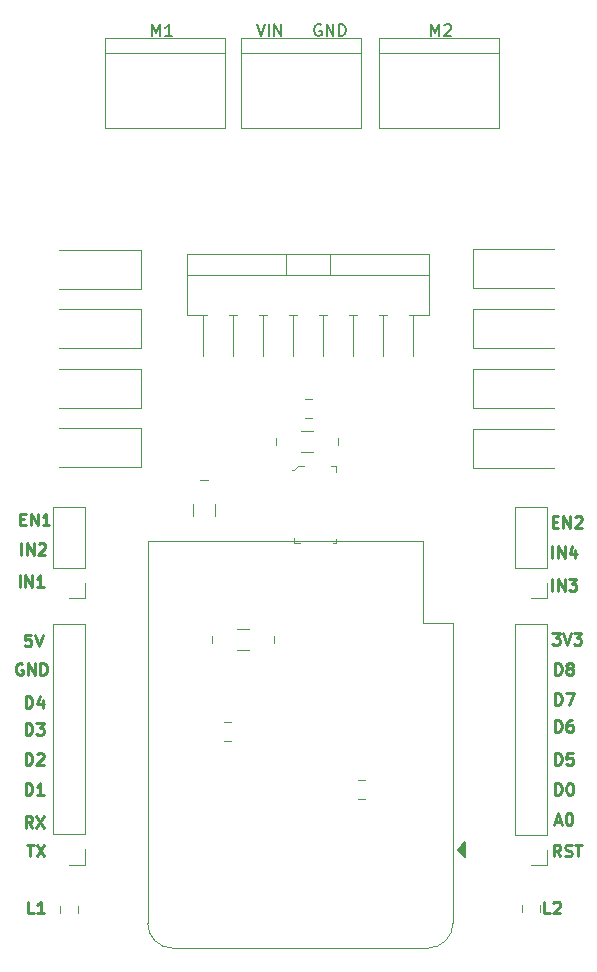
<source format=gto>
%TF.GenerationSoftware,KiCad,Pcbnew,9.0.5*%
%TF.CreationDate,2025-11-06T15:34:49+07:00*%
%TF.ProjectId,WirelessMD,57697265-6c65-4737-934d-442e6b696361,rev?*%
%TF.SameCoordinates,Original*%
%TF.FileFunction,Legend,Top*%
%TF.FilePolarity,Positive*%
%FSLAX46Y46*%
G04 Gerber Fmt 4.6, Leading zero omitted, Abs format (unit mm)*
G04 Created by KiCad (PCBNEW 9.0.5) date 2025-11-06 15:34:49*
%MOMM*%
%LPD*%
G01*
G04 APERTURE LIST*
%ADD10C,0.150000*%
%ADD11C,0.250000*%
%ADD12C,0.120000*%
%ADD13C,0.100000*%
G04 APERTURE END LIST*
D10*
X109902762Y-46190819D02*
X110236095Y-47190819D01*
X110236095Y-47190819D02*
X110569428Y-46190819D01*
X110902762Y-47190819D02*
X110902762Y-46190819D01*
X111378952Y-47190819D02*
X111378952Y-46190819D01*
X111378952Y-46190819D02*
X111950380Y-47190819D01*
X111950380Y-47190819D02*
X111950380Y-46190819D01*
D11*
X135175714Y-113701904D02*
X135651904Y-113701904D01*
X135080476Y-113987619D02*
X135413809Y-112987619D01*
X135413809Y-112987619D02*
X135747142Y-113987619D01*
X136270952Y-112987619D02*
X136366190Y-112987619D01*
X136366190Y-112987619D02*
X136461428Y-113035238D01*
X136461428Y-113035238D02*
X136509047Y-113082857D01*
X136509047Y-113082857D02*
X136556666Y-113178095D01*
X136556666Y-113178095D02*
X136604285Y-113368571D01*
X136604285Y-113368571D02*
X136604285Y-113606666D01*
X136604285Y-113606666D02*
X136556666Y-113797142D01*
X136556666Y-113797142D02*
X136509047Y-113892380D01*
X136509047Y-113892380D02*
X136461428Y-113940000D01*
X136461428Y-113940000D02*
X136366190Y-113987619D01*
X136366190Y-113987619D02*
X136270952Y-113987619D01*
X136270952Y-113987619D02*
X136175714Y-113940000D01*
X136175714Y-113940000D02*
X136128095Y-113892380D01*
X136128095Y-113892380D02*
X136080476Y-113797142D01*
X136080476Y-113797142D02*
X136032857Y-113606666D01*
X136032857Y-113606666D02*
X136032857Y-113368571D01*
X136032857Y-113368571D02*
X136080476Y-113178095D01*
X136080476Y-113178095D02*
X136128095Y-113082857D01*
X136128095Y-113082857D02*
X136175714Y-113035238D01*
X136175714Y-113035238D02*
X136270952Y-112987619D01*
X90741523Y-97874619D02*
X90265333Y-97874619D01*
X90265333Y-97874619D02*
X90217714Y-98350809D01*
X90217714Y-98350809D02*
X90265333Y-98303190D01*
X90265333Y-98303190D02*
X90360571Y-98255571D01*
X90360571Y-98255571D02*
X90598666Y-98255571D01*
X90598666Y-98255571D02*
X90693904Y-98303190D01*
X90693904Y-98303190D02*
X90741523Y-98350809D01*
X90741523Y-98350809D02*
X90789142Y-98446047D01*
X90789142Y-98446047D02*
X90789142Y-98684142D01*
X90789142Y-98684142D02*
X90741523Y-98779380D01*
X90741523Y-98779380D02*
X90693904Y-98827000D01*
X90693904Y-98827000D02*
X90598666Y-98874619D01*
X90598666Y-98874619D02*
X90360571Y-98874619D01*
X90360571Y-98874619D02*
X90265333Y-98827000D01*
X90265333Y-98827000D02*
X90217714Y-98779380D01*
X91074857Y-97874619D02*
X91408190Y-98874619D01*
X91408190Y-98874619D02*
X91741523Y-97874619D01*
X90320905Y-111447619D02*
X90320905Y-110447619D01*
X90320905Y-110447619D02*
X90559000Y-110447619D01*
X90559000Y-110447619D02*
X90701857Y-110495238D01*
X90701857Y-110495238D02*
X90797095Y-110590476D01*
X90797095Y-110590476D02*
X90844714Y-110685714D01*
X90844714Y-110685714D02*
X90892333Y-110876190D01*
X90892333Y-110876190D02*
X90892333Y-111019047D01*
X90892333Y-111019047D02*
X90844714Y-111209523D01*
X90844714Y-111209523D02*
X90797095Y-111304761D01*
X90797095Y-111304761D02*
X90701857Y-111400000D01*
X90701857Y-111400000D02*
X90559000Y-111447619D01*
X90559000Y-111447619D02*
X90320905Y-111447619D01*
X91844714Y-111447619D02*
X91273286Y-111447619D01*
X91559000Y-111447619D02*
X91559000Y-110447619D01*
X91559000Y-110447619D02*
X91463762Y-110590476D01*
X91463762Y-110590476D02*
X91368524Y-110685714D01*
X91368524Y-110685714D02*
X91273286Y-110733333D01*
D10*
X101044476Y-47190819D02*
X101044476Y-46190819D01*
X101044476Y-46190819D02*
X101377809Y-46905104D01*
X101377809Y-46905104D02*
X101711142Y-46190819D01*
X101711142Y-46190819D02*
X101711142Y-47190819D01*
X102711142Y-47190819D02*
X102139714Y-47190819D01*
X102425428Y-47190819D02*
X102425428Y-46190819D01*
X102425428Y-46190819D02*
X102330190Y-46333676D01*
X102330190Y-46333676D02*
X102234952Y-46428914D01*
X102234952Y-46428914D02*
X102139714Y-46476533D01*
X124666476Y-47190819D02*
X124666476Y-46190819D01*
X124666476Y-46190819D02*
X124999809Y-46905104D01*
X124999809Y-46905104D02*
X125333142Y-46190819D01*
X125333142Y-46190819D02*
X125333142Y-47190819D01*
X125761714Y-46286057D02*
X125809333Y-46238438D01*
X125809333Y-46238438D02*
X125904571Y-46190819D01*
X125904571Y-46190819D02*
X126142666Y-46190819D01*
X126142666Y-46190819D02*
X126237904Y-46238438D01*
X126237904Y-46238438D02*
X126285523Y-46286057D01*
X126285523Y-46286057D02*
X126333142Y-46381295D01*
X126333142Y-46381295D02*
X126333142Y-46476533D01*
X126333142Y-46476533D02*
X126285523Y-46619390D01*
X126285523Y-46619390D02*
X125714095Y-47190819D01*
X125714095Y-47190819D02*
X126333142Y-47190819D01*
D11*
X134707333Y-121480619D02*
X134231143Y-121480619D01*
X134231143Y-121480619D02*
X134231143Y-120480619D01*
X134993048Y-120575857D02*
X135040667Y-120528238D01*
X135040667Y-120528238D02*
X135135905Y-120480619D01*
X135135905Y-120480619D02*
X135374000Y-120480619D01*
X135374000Y-120480619D02*
X135469238Y-120528238D01*
X135469238Y-120528238D02*
X135516857Y-120575857D01*
X135516857Y-120575857D02*
X135564476Y-120671095D01*
X135564476Y-120671095D02*
X135564476Y-120766333D01*
X135564476Y-120766333D02*
X135516857Y-120909190D01*
X135516857Y-120909190D02*
X134945429Y-121480619D01*
X134945429Y-121480619D02*
X135564476Y-121480619D01*
X135151905Y-101287619D02*
X135151905Y-100287619D01*
X135151905Y-100287619D02*
X135390000Y-100287619D01*
X135390000Y-100287619D02*
X135532857Y-100335238D01*
X135532857Y-100335238D02*
X135628095Y-100430476D01*
X135628095Y-100430476D02*
X135675714Y-100525714D01*
X135675714Y-100525714D02*
X135723333Y-100716190D01*
X135723333Y-100716190D02*
X135723333Y-100859047D01*
X135723333Y-100859047D02*
X135675714Y-101049523D01*
X135675714Y-101049523D02*
X135628095Y-101144761D01*
X135628095Y-101144761D02*
X135532857Y-101240000D01*
X135532857Y-101240000D02*
X135390000Y-101287619D01*
X135390000Y-101287619D02*
X135151905Y-101287619D01*
X136294762Y-100716190D02*
X136199524Y-100668571D01*
X136199524Y-100668571D02*
X136151905Y-100620952D01*
X136151905Y-100620952D02*
X136104286Y-100525714D01*
X136104286Y-100525714D02*
X136104286Y-100478095D01*
X136104286Y-100478095D02*
X136151905Y-100382857D01*
X136151905Y-100382857D02*
X136199524Y-100335238D01*
X136199524Y-100335238D02*
X136294762Y-100287619D01*
X136294762Y-100287619D02*
X136485238Y-100287619D01*
X136485238Y-100287619D02*
X136580476Y-100335238D01*
X136580476Y-100335238D02*
X136628095Y-100382857D01*
X136628095Y-100382857D02*
X136675714Y-100478095D01*
X136675714Y-100478095D02*
X136675714Y-100525714D01*
X136675714Y-100525714D02*
X136628095Y-100620952D01*
X136628095Y-100620952D02*
X136580476Y-100668571D01*
X136580476Y-100668571D02*
X136485238Y-100716190D01*
X136485238Y-100716190D02*
X136294762Y-100716190D01*
X136294762Y-100716190D02*
X136199524Y-100763809D01*
X136199524Y-100763809D02*
X136151905Y-100811428D01*
X136151905Y-100811428D02*
X136104286Y-100906666D01*
X136104286Y-100906666D02*
X136104286Y-101097142D01*
X136104286Y-101097142D02*
X136151905Y-101192380D01*
X136151905Y-101192380D02*
X136199524Y-101240000D01*
X136199524Y-101240000D02*
X136294762Y-101287619D01*
X136294762Y-101287619D02*
X136485238Y-101287619D01*
X136485238Y-101287619D02*
X136580476Y-101240000D01*
X136580476Y-101240000D02*
X136628095Y-101192380D01*
X136628095Y-101192380D02*
X136675714Y-101097142D01*
X136675714Y-101097142D02*
X136675714Y-100906666D01*
X136675714Y-100906666D02*
X136628095Y-100811428D01*
X136628095Y-100811428D02*
X136580476Y-100763809D01*
X136580476Y-100763809D02*
X136485238Y-100716190D01*
D10*
X115316095Y-46238438D02*
X115220857Y-46190819D01*
X115220857Y-46190819D02*
X115078000Y-46190819D01*
X115078000Y-46190819D02*
X114935143Y-46238438D01*
X114935143Y-46238438D02*
X114839905Y-46333676D01*
X114839905Y-46333676D02*
X114792286Y-46428914D01*
X114792286Y-46428914D02*
X114744667Y-46619390D01*
X114744667Y-46619390D02*
X114744667Y-46762247D01*
X114744667Y-46762247D02*
X114792286Y-46952723D01*
X114792286Y-46952723D02*
X114839905Y-47047961D01*
X114839905Y-47047961D02*
X114935143Y-47143200D01*
X114935143Y-47143200D02*
X115078000Y-47190819D01*
X115078000Y-47190819D02*
X115173238Y-47190819D01*
X115173238Y-47190819D02*
X115316095Y-47143200D01*
X115316095Y-47143200D02*
X115363714Y-47095580D01*
X115363714Y-47095580D02*
X115363714Y-46762247D01*
X115363714Y-46762247D02*
X115173238Y-46762247D01*
X115792286Y-47190819D02*
X115792286Y-46190819D01*
X115792286Y-46190819D02*
X116363714Y-47190819D01*
X116363714Y-47190819D02*
X116363714Y-46190819D01*
X116839905Y-47190819D02*
X116839905Y-46190819D01*
X116839905Y-46190819D02*
X117078000Y-46190819D01*
X117078000Y-46190819D02*
X117220857Y-46238438D01*
X117220857Y-46238438D02*
X117316095Y-46333676D01*
X117316095Y-46333676D02*
X117363714Y-46428914D01*
X117363714Y-46428914D02*
X117411333Y-46619390D01*
X117411333Y-46619390D02*
X117411333Y-46762247D01*
X117411333Y-46762247D02*
X117363714Y-46952723D01*
X117363714Y-46952723D02*
X117316095Y-47047961D01*
X117316095Y-47047961D02*
X117220857Y-47143200D01*
X117220857Y-47143200D02*
X117078000Y-47190819D01*
X117078000Y-47190819D02*
X116839905Y-47190819D01*
D11*
X90424095Y-115654619D02*
X90995523Y-115654619D01*
X90709809Y-116654619D02*
X90709809Y-115654619D01*
X91233619Y-115654619D02*
X91900285Y-116654619D01*
X91900285Y-115654619D02*
X91233619Y-116654619D01*
X134890000Y-94175619D02*
X134890000Y-93175619D01*
X135366190Y-94175619D02*
X135366190Y-93175619D01*
X135366190Y-93175619D02*
X135937618Y-94175619D01*
X135937618Y-94175619D02*
X135937618Y-93175619D01*
X136318571Y-93175619D02*
X136937618Y-93175619D01*
X136937618Y-93175619D02*
X136604285Y-93556571D01*
X136604285Y-93556571D02*
X136747142Y-93556571D01*
X136747142Y-93556571D02*
X136842380Y-93604190D01*
X136842380Y-93604190D02*
X136889999Y-93651809D01*
X136889999Y-93651809D02*
X136937618Y-93747047D01*
X136937618Y-93747047D02*
X136937618Y-93985142D01*
X136937618Y-93985142D02*
X136889999Y-94080380D01*
X136889999Y-94080380D02*
X136842380Y-94128000D01*
X136842380Y-94128000D02*
X136747142Y-94175619D01*
X136747142Y-94175619D02*
X136461428Y-94175619D01*
X136461428Y-94175619D02*
X136366190Y-94128000D01*
X136366190Y-94128000D02*
X136318571Y-94080380D01*
X89845714Y-88103809D02*
X90179047Y-88103809D01*
X90321904Y-88627619D02*
X89845714Y-88627619D01*
X89845714Y-88627619D02*
X89845714Y-87627619D01*
X89845714Y-87627619D02*
X90321904Y-87627619D01*
X90750476Y-88627619D02*
X90750476Y-87627619D01*
X90750476Y-87627619D02*
X91321904Y-88627619D01*
X91321904Y-88627619D02*
X91321904Y-87627619D01*
X92321904Y-88627619D02*
X91750476Y-88627619D01*
X92036190Y-88627619D02*
X92036190Y-87627619D01*
X92036190Y-87627619D02*
X91940952Y-87770476D01*
X91940952Y-87770476D02*
X91845714Y-87865714D01*
X91845714Y-87865714D02*
X91750476Y-87913333D01*
X135151905Y-106113619D02*
X135151905Y-105113619D01*
X135151905Y-105113619D02*
X135390000Y-105113619D01*
X135390000Y-105113619D02*
X135532857Y-105161238D01*
X135532857Y-105161238D02*
X135628095Y-105256476D01*
X135628095Y-105256476D02*
X135675714Y-105351714D01*
X135675714Y-105351714D02*
X135723333Y-105542190D01*
X135723333Y-105542190D02*
X135723333Y-105685047D01*
X135723333Y-105685047D02*
X135675714Y-105875523D01*
X135675714Y-105875523D02*
X135628095Y-105970761D01*
X135628095Y-105970761D02*
X135532857Y-106066000D01*
X135532857Y-106066000D02*
X135390000Y-106113619D01*
X135390000Y-106113619D02*
X135151905Y-106113619D01*
X136580476Y-105113619D02*
X136390000Y-105113619D01*
X136390000Y-105113619D02*
X136294762Y-105161238D01*
X136294762Y-105161238D02*
X136247143Y-105208857D01*
X136247143Y-105208857D02*
X136151905Y-105351714D01*
X136151905Y-105351714D02*
X136104286Y-105542190D01*
X136104286Y-105542190D02*
X136104286Y-105923142D01*
X136104286Y-105923142D02*
X136151905Y-106018380D01*
X136151905Y-106018380D02*
X136199524Y-106066000D01*
X136199524Y-106066000D02*
X136294762Y-106113619D01*
X136294762Y-106113619D02*
X136485238Y-106113619D01*
X136485238Y-106113619D02*
X136580476Y-106066000D01*
X136580476Y-106066000D02*
X136628095Y-106018380D01*
X136628095Y-106018380D02*
X136675714Y-105923142D01*
X136675714Y-105923142D02*
X136675714Y-105685047D01*
X136675714Y-105685047D02*
X136628095Y-105589809D01*
X136628095Y-105589809D02*
X136580476Y-105542190D01*
X136580476Y-105542190D02*
X136485238Y-105494571D01*
X136485238Y-105494571D02*
X136294762Y-105494571D01*
X136294762Y-105494571D02*
X136199524Y-105542190D01*
X136199524Y-105542190D02*
X136151905Y-105589809D01*
X136151905Y-105589809D02*
X136104286Y-105685047D01*
X135151905Y-103827619D02*
X135151905Y-102827619D01*
X135151905Y-102827619D02*
X135390000Y-102827619D01*
X135390000Y-102827619D02*
X135532857Y-102875238D01*
X135532857Y-102875238D02*
X135628095Y-102970476D01*
X135628095Y-102970476D02*
X135675714Y-103065714D01*
X135675714Y-103065714D02*
X135723333Y-103256190D01*
X135723333Y-103256190D02*
X135723333Y-103399047D01*
X135723333Y-103399047D02*
X135675714Y-103589523D01*
X135675714Y-103589523D02*
X135628095Y-103684761D01*
X135628095Y-103684761D02*
X135532857Y-103780000D01*
X135532857Y-103780000D02*
X135390000Y-103827619D01*
X135390000Y-103827619D02*
X135151905Y-103827619D01*
X136056667Y-102827619D02*
X136723333Y-102827619D01*
X136723333Y-102827619D02*
X136294762Y-103827619D01*
X90320905Y-104081619D02*
X90320905Y-103081619D01*
X90320905Y-103081619D02*
X90559000Y-103081619D01*
X90559000Y-103081619D02*
X90701857Y-103129238D01*
X90701857Y-103129238D02*
X90797095Y-103224476D01*
X90797095Y-103224476D02*
X90844714Y-103319714D01*
X90844714Y-103319714D02*
X90892333Y-103510190D01*
X90892333Y-103510190D02*
X90892333Y-103653047D01*
X90892333Y-103653047D02*
X90844714Y-103843523D01*
X90844714Y-103843523D02*
X90797095Y-103938761D01*
X90797095Y-103938761D02*
X90701857Y-104034000D01*
X90701857Y-104034000D02*
X90559000Y-104081619D01*
X90559000Y-104081619D02*
X90320905Y-104081619D01*
X91749476Y-103414952D02*
X91749476Y-104081619D01*
X91511381Y-103034000D02*
X91273286Y-103748285D01*
X91273286Y-103748285D02*
X91892333Y-103748285D01*
X135596380Y-116654619D02*
X135263047Y-116178428D01*
X135024952Y-116654619D02*
X135024952Y-115654619D01*
X135024952Y-115654619D02*
X135405904Y-115654619D01*
X135405904Y-115654619D02*
X135501142Y-115702238D01*
X135501142Y-115702238D02*
X135548761Y-115749857D01*
X135548761Y-115749857D02*
X135596380Y-115845095D01*
X135596380Y-115845095D02*
X135596380Y-115987952D01*
X135596380Y-115987952D02*
X135548761Y-116083190D01*
X135548761Y-116083190D02*
X135501142Y-116130809D01*
X135501142Y-116130809D02*
X135405904Y-116178428D01*
X135405904Y-116178428D02*
X135024952Y-116178428D01*
X135977333Y-116607000D02*
X136120190Y-116654619D01*
X136120190Y-116654619D02*
X136358285Y-116654619D01*
X136358285Y-116654619D02*
X136453523Y-116607000D01*
X136453523Y-116607000D02*
X136501142Y-116559380D01*
X136501142Y-116559380D02*
X136548761Y-116464142D01*
X136548761Y-116464142D02*
X136548761Y-116368904D01*
X136548761Y-116368904D02*
X136501142Y-116273666D01*
X136501142Y-116273666D02*
X136453523Y-116226047D01*
X136453523Y-116226047D02*
X136358285Y-116178428D01*
X136358285Y-116178428D02*
X136167809Y-116130809D01*
X136167809Y-116130809D02*
X136072571Y-116083190D01*
X136072571Y-116083190D02*
X136024952Y-116035571D01*
X136024952Y-116035571D02*
X135977333Y-115940333D01*
X135977333Y-115940333D02*
X135977333Y-115845095D01*
X135977333Y-115845095D02*
X136024952Y-115749857D01*
X136024952Y-115749857D02*
X136072571Y-115702238D01*
X136072571Y-115702238D02*
X136167809Y-115654619D01*
X136167809Y-115654619D02*
X136405904Y-115654619D01*
X136405904Y-115654619D02*
X136548761Y-115702238D01*
X136834476Y-115654619D02*
X137405904Y-115654619D01*
X137120190Y-116654619D02*
X137120190Y-115654619D01*
X89932000Y-91127619D02*
X89932000Y-90127619D01*
X90408190Y-91127619D02*
X90408190Y-90127619D01*
X90408190Y-90127619D02*
X90979618Y-91127619D01*
X90979618Y-91127619D02*
X90979618Y-90127619D01*
X91408190Y-90222857D02*
X91455809Y-90175238D01*
X91455809Y-90175238D02*
X91551047Y-90127619D01*
X91551047Y-90127619D02*
X91789142Y-90127619D01*
X91789142Y-90127619D02*
X91884380Y-90175238D01*
X91884380Y-90175238D02*
X91931999Y-90222857D01*
X91931999Y-90222857D02*
X91979618Y-90318095D01*
X91979618Y-90318095D02*
X91979618Y-90413333D01*
X91979618Y-90413333D02*
X91931999Y-90556190D01*
X91931999Y-90556190D02*
X91360571Y-91127619D01*
X91360571Y-91127619D02*
X91979618Y-91127619D01*
X91019333Y-121480619D02*
X90543143Y-121480619D01*
X90543143Y-121480619D02*
X90543143Y-120480619D01*
X91876476Y-121480619D02*
X91305048Y-121480619D01*
X91590762Y-121480619D02*
X91590762Y-120480619D01*
X91590762Y-120480619D02*
X91495524Y-120623476D01*
X91495524Y-120623476D02*
X91400286Y-120718714D01*
X91400286Y-120718714D02*
X91305048Y-120766333D01*
X134905905Y-97747619D02*
X135524952Y-97747619D01*
X135524952Y-97747619D02*
X135191619Y-98128571D01*
X135191619Y-98128571D02*
X135334476Y-98128571D01*
X135334476Y-98128571D02*
X135429714Y-98176190D01*
X135429714Y-98176190D02*
X135477333Y-98223809D01*
X135477333Y-98223809D02*
X135524952Y-98319047D01*
X135524952Y-98319047D02*
X135524952Y-98557142D01*
X135524952Y-98557142D02*
X135477333Y-98652380D01*
X135477333Y-98652380D02*
X135429714Y-98700000D01*
X135429714Y-98700000D02*
X135334476Y-98747619D01*
X135334476Y-98747619D02*
X135048762Y-98747619D01*
X135048762Y-98747619D02*
X134953524Y-98700000D01*
X134953524Y-98700000D02*
X134905905Y-98652380D01*
X135810667Y-97747619D02*
X136144000Y-98747619D01*
X136144000Y-98747619D02*
X136477333Y-97747619D01*
X136715429Y-97747619D02*
X137334476Y-97747619D01*
X137334476Y-97747619D02*
X137001143Y-98128571D01*
X137001143Y-98128571D02*
X137144000Y-98128571D01*
X137144000Y-98128571D02*
X137239238Y-98176190D01*
X137239238Y-98176190D02*
X137286857Y-98223809D01*
X137286857Y-98223809D02*
X137334476Y-98319047D01*
X137334476Y-98319047D02*
X137334476Y-98557142D01*
X137334476Y-98557142D02*
X137286857Y-98652380D01*
X137286857Y-98652380D02*
X137239238Y-98700000D01*
X137239238Y-98700000D02*
X137144000Y-98747619D01*
X137144000Y-98747619D02*
X136858286Y-98747619D01*
X136858286Y-98747619D02*
X136763048Y-98700000D01*
X136763048Y-98700000D02*
X136715429Y-98652380D01*
X134890000Y-91381619D02*
X134890000Y-90381619D01*
X135366190Y-91381619D02*
X135366190Y-90381619D01*
X135366190Y-90381619D02*
X135937618Y-91381619D01*
X135937618Y-91381619D02*
X135937618Y-90381619D01*
X136842380Y-90714952D02*
X136842380Y-91381619D01*
X136604285Y-90334000D02*
X136366190Y-91048285D01*
X136366190Y-91048285D02*
X136985237Y-91048285D01*
X89806000Y-93853619D02*
X89806000Y-92853619D01*
X90282190Y-93853619D02*
X90282190Y-92853619D01*
X90282190Y-92853619D02*
X90853618Y-93853619D01*
X90853618Y-93853619D02*
X90853618Y-92853619D01*
X91853618Y-93853619D02*
X91282190Y-93853619D01*
X91567904Y-93853619D02*
X91567904Y-92853619D01*
X91567904Y-92853619D02*
X91472666Y-92996476D01*
X91472666Y-92996476D02*
X91377428Y-93091714D01*
X91377428Y-93091714D02*
X91282190Y-93139333D01*
X90320905Y-108907619D02*
X90320905Y-107907619D01*
X90320905Y-107907619D02*
X90559000Y-107907619D01*
X90559000Y-107907619D02*
X90701857Y-107955238D01*
X90701857Y-107955238D02*
X90797095Y-108050476D01*
X90797095Y-108050476D02*
X90844714Y-108145714D01*
X90844714Y-108145714D02*
X90892333Y-108336190D01*
X90892333Y-108336190D02*
X90892333Y-108479047D01*
X90892333Y-108479047D02*
X90844714Y-108669523D01*
X90844714Y-108669523D02*
X90797095Y-108764761D01*
X90797095Y-108764761D02*
X90701857Y-108860000D01*
X90701857Y-108860000D02*
X90559000Y-108907619D01*
X90559000Y-108907619D02*
X90320905Y-108907619D01*
X91273286Y-108002857D02*
X91320905Y-107955238D01*
X91320905Y-107955238D02*
X91416143Y-107907619D01*
X91416143Y-107907619D02*
X91654238Y-107907619D01*
X91654238Y-107907619D02*
X91749476Y-107955238D01*
X91749476Y-107955238D02*
X91797095Y-108002857D01*
X91797095Y-108002857D02*
X91844714Y-108098095D01*
X91844714Y-108098095D02*
X91844714Y-108193333D01*
X91844714Y-108193333D02*
X91797095Y-108336190D01*
X91797095Y-108336190D02*
X91225667Y-108907619D01*
X91225667Y-108907619D02*
X91844714Y-108907619D01*
X90892333Y-114241619D02*
X90559000Y-113765428D01*
X90320905Y-114241619D02*
X90320905Y-113241619D01*
X90320905Y-113241619D02*
X90701857Y-113241619D01*
X90701857Y-113241619D02*
X90797095Y-113289238D01*
X90797095Y-113289238D02*
X90844714Y-113336857D01*
X90844714Y-113336857D02*
X90892333Y-113432095D01*
X90892333Y-113432095D02*
X90892333Y-113574952D01*
X90892333Y-113574952D02*
X90844714Y-113670190D01*
X90844714Y-113670190D02*
X90797095Y-113717809D01*
X90797095Y-113717809D02*
X90701857Y-113765428D01*
X90701857Y-113765428D02*
X90320905Y-113765428D01*
X91225667Y-113241619D02*
X91892333Y-114241619D01*
X91892333Y-113241619D02*
X91225667Y-114241619D01*
X90043095Y-100335238D02*
X89947857Y-100287619D01*
X89947857Y-100287619D02*
X89805000Y-100287619D01*
X89805000Y-100287619D02*
X89662143Y-100335238D01*
X89662143Y-100335238D02*
X89566905Y-100430476D01*
X89566905Y-100430476D02*
X89519286Y-100525714D01*
X89519286Y-100525714D02*
X89471667Y-100716190D01*
X89471667Y-100716190D02*
X89471667Y-100859047D01*
X89471667Y-100859047D02*
X89519286Y-101049523D01*
X89519286Y-101049523D02*
X89566905Y-101144761D01*
X89566905Y-101144761D02*
X89662143Y-101240000D01*
X89662143Y-101240000D02*
X89805000Y-101287619D01*
X89805000Y-101287619D02*
X89900238Y-101287619D01*
X89900238Y-101287619D02*
X90043095Y-101240000D01*
X90043095Y-101240000D02*
X90090714Y-101192380D01*
X90090714Y-101192380D02*
X90090714Y-100859047D01*
X90090714Y-100859047D02*
X89900238Y-100859047D01*
X90519286Y-101287619D02*
X90519286Y-100287619D01*
X90519286Y-100287619D02*
X91090714Y-101287619D01*
X91090714Y-101287619D02*
X91090714Y-100287619D01*
X91566905Y-101287619D02*
X91566905Y-100287619D01*
X91566905Y-100287619D02*
X91805000Y-100287619D01*
X91805000Y-100287619D02*
X91947857Y-100335238D01*
X91947857Y-100335238D02*
X92043095Y-100430476D01*
X92043095Y-100430476D02*
X92090714Y-100525714D01*
X92090714Y-100525714D02*
X92138333Y-100716190D01*
X92138333Y-100716190D02*
X92138333Y-100859047D01*
X92138333Y-100859047D02*
X92090714Y-101049523D01*
X92090714Y-101049523D02*
X92043095Y-101144761D01*
X92043095Y-101144761D02*
X91947857Y-101240000D01*
X91947857Y-101240000D02*
X91805000Y-101287619D01*
X91805000Y-101287619D02*
X91566905Y-101287619D01*
X135151905Y-111447619D02*
X135151905Y-110447619D01*
X135151905Y-110447619D02*
X135390000Y-110447619D01*
X135390000Y-110447619D02*
X135532857Y-110495238D01*
X135532857Y-110495238D02*
X135628095Y-110590476D01*
X135628095Y-110590476D02*
X135675714Y-110685714D01*
X135675714Y-110685714D02*
X135723333Y-110876190D01*
X135723333Y-110876190D02*
X135723333Y-111019047D01*
X135723333Y-111019047D02*
X135675714Y-111209523D01*
X135675714Y-111209523D02*
X135628095Y-111304761D01*
X135628095Y-111304761D02*
X135532857Y-111400000D01*
X135532857Y-111400000D02*
X135390000Y-111447619D01*
X135390000Y-111447619D02*
X135151905Y-111447619D01*
X136342381Y-110447619D02*
X136437619Y-110447619D01*
X136437619Y-110447619D02*
X136532857Y-110495238D01*
X136532857Y-110495238D02*
X136580476Y-110542857D01*
X136580476Y-110542857D02*
X136628095Y-110638095D01*
X136628095Y-110638095D02*
X136675714Y-110828571D01*
X136675714Y-110828571D02*
X136675714Y-111066666D01*
X136675714Y-111066666D02*
X136628095Y-111257142D01*
X136628095Y-111257142D02*
X136580476Y-111352380D01*
X136580476Y-111352380D02*
X136532857Y-111400000D01*
X136532857Y-111400000D02*
X136437619Y-111447619D01*
X136437619Y-111447619D02*
X136342381Y-111447619D01*
X136342381Y-111447619D02*
X136247143Y-111400000D01*
X136247143Y-111400000D02*
X136199524Y-111352380D01*
X136199524Y-111352380D02*
X136151905Y-111257142D01*
X136151905Y-111257142D02*
X136104286Y-111066666D01*
X136104286Y-111066666D02*
X136104286Y-110828571D01*
X136104286Y-110828571D02*
X136151905Y-110638095D01*
X136151905Y-110638095D02*
X136199524Y-110542857D01*
X136199524Y-110542857D02*
X136247143Y-110495238D01*
X136247143Y-110495238D02*
X136342381Y-110447619D01*
X134929714Y-88317809D02*
X135263047Y-88317809D01*
X135405904Y-88841619D02*
X134929714Y-88841619D01*
X134929714Y-88841619D02*
X134929714Y-87841619D01*
X134929714Y-87841619D02*
X135405904Y-87841619D01*
X135834476Y-88841619D02*
X135834476Y-87841619D01*
X135834476Y-87841619D02*
X136405904Y-88841619D01*
X136405904Y-88841619D02*
X136405904Y-87841619D01*
X136834476Y-87936857D02*
X136882095Y-87889238D01*
X136882095Y-87889238D02*
X136977333Y-87841619D01*
X136977333Y-87841619D02*
X137215428Y-87841619D01*
X137215428Y-87841619D02*
X137310666Y-87889238D01*
X137310666Y-87889238D02*
X137358285Y-87936857D01*
X137358285Y-87936857D02*
X137405904Y-88032095D01*
X137405904Y-88032095D02*
X137405904Y-88127333D01*
X137405904Y-88127333D02*
X137358285Y-88270190D01*
X137358285Y-88270190D02*
X136786857Y-88841619D01*
X136786857Y-88841619D02*
X137405904Y-88841619D01*
X90320905Y-106367619D02*
X90320905Y-105367619D01*
X90320905Y-105367619D02*
X90559000Y-105367619D01*
X90559000Y-105367619D02*
X90701857Y-105415238D01*
X90701857Y-105415238D02*
X90797095Y-105510476D01*
X90797095Y-105510476D02*
X90844714Y-105605714D01*
X90844714Y-105605714D02*
X90892333Y-105796190D01*
X90892333Y-105796190D02*
X90892333Y-105939047D01*
X90892333Y-105939047D02*
X90844714Y-106129523D01*
X90844714Y-106129523D02*
X90797095Y-106224761D01*
X90797095Y-106224761D02*
X90701857Y-106320000D01*
X90701857Y-106320000D02*
X90559000Y-106367619D01*
X90559000Y-106367619D02*
X90320905Y-106367619D01*
X91225667Y-105367619D02*
X91844714Y-105367619D01*
X91844714Y-105367619D02*
X91511381Y-105748571D01*
X91511381Y-105748571D02*
X91654238Y-105748571D01*
X91654238Y-105748571D02*
X91749476Y-105796190D01*
X91749476Y-105796190D02*
X91797095Y-105843809D01*
X91797095Y-105843809D02*
X91844714Y-105939047D01*
X91844714Y-105939047D02*
X91844714Y-106177142D01*
X91844714Y-106177142D02*
X91797095Y-106272380D01*
X91797095Y-106272380D02*
X91749476Y-106320000D01*
X91749476Y-106320000D02*
X91654238Y-106367619D01*
X91654238Y-106367619D02*
X91368524Y-106367619D01*
X91368524Y-106367619D02*
X91273286Y-106320000D01*
X91273286Y-106320000D02*
X91225667Y-106272380D01*
X135151905Y-108907619D02*
X135151905Y-107907619D01*
X135151905Y-107907619D02*
X135390000Y-107907619D01*
X135390000Y-107907619D02*
X135532857Y-107955238D01*
X135532857Y-107955238D02*
X135628095Y-108050476D01*
X135628095Y-108050476D02*
X135675714Y-108145714D01*
X135675714Y-108145714D02*
X135723333Y-108336190D01*
X135723333Y-108336190D02*
X135723333Y-108479047D01*
X135723333Y-108479047D02*
X135675714Y-108669523D01*
X135675714Y-108669523D02*
X135628095Y-108764761D01*
X135628095Y-108764761D02*
X135532857Y-108860000D01*
X135532857Y-108860000D02*
X135390000Y-108907619D01*
X135390000Y-108907619D02*
X135151905Y-108907619D01*
X136628095Y-107907619D02*
X136151905Y-107907619D01*
X136151905Y-107907619D02*
X136104286Y-108383809D01*
X136104286Y-108383809D02*
X136151905Y-108336190D01*
X136151905Y-108336190D02*
X136247143Y-108288571D01*
X136247143Y-108288571D02*
X136485238Y-108288571D01*
X136485238Y-108288571D02*
X136580476Y-108336190D01*
X136580476Y-108336190D02*
X136628095Y-108383809D01*
X136628095Y-108383809D02*
X136675714Y-108479047D01*
X136675714Y-108479047D02*
X136675714Y-108717142D01*
X136675714Y-108717142D02*
X136628095Y-108812380D01*
X136628095Y-108812380D02*
X136580476Y-108860000D01*
X136580476Y-108860000D02*
X136485238Y-108907619D01*
X136485238Y-108907619D02*
X136247143Y-108907619D01*
X136247143Y-108907619D02*
X136151905Y-108860000D01*
X136151905Y-108860000D02*
X136104286Y-108812380D01*
D12*
%TO.C,J11*%
X92650000Y-114793000D02*
X92650000Y-96953000D01*
X95310000Y-96953000D02*
X92650000Y-96953000D01*
X95310000Y-114793000D02*
X92650000Y-114793000D01*
X95310000Y-114793000D02*
X95310000Y-96953000D01*
X95310000Y-116063000D02*
X95310000Y-117393000D01*
X95310000Y-117393000D02*
X93980000Y-117393000D01*
D13*
%TO.C,U6*%
X113058000Y-83893000D02*
X112863000Y-83893000D01*
X113058000Y-90143000D02*
X113058000Y-89693000D01*
X113383000Y-83593000D02*
X113058000Y-83893000D01*
X113533000Y-90143000D02*
X113058000Y-90143000D01*
X113858000Y-83593000D02*
X113383000Y-83593000D01*
X116608000Y-83593000D02*
X116208000Y-83593000D01*
X116608000Y-84093000D02*
X116608000Y-83593000D01*
X116608000Y-89768000D02*
X116608000Y-90143000D01*
X116608000Y-90143000D02*
X116308000Y-90143000D01*
D12*
%TO.C,D8*%
X128188000Y-65260000D02*
X128188000Y-68560000D01*
X128188000Y-65260000D02*
X135088000Y-65260000D01*
X128188000Y-68560000D02*
X135088000Y-68560000D01*
%TO.C,J13*%
X108585000Y-47371000D02*
X108585000Y-54991000D01*
X108585000Y-48641000D02*
X118745000Y-48641000D01*
X108585000Y-54991000D02*
X118745000Y-54991000D01*
X118745000Y-47371000D02*
X108585000Y-47371000D01*
X118745000Y-54991000D02*
X118745000Y-47371000D01*
%TO.C,D4*%
X100078000Y-80401690D02*
X93178000Y-80401690D01*
X100078000Y-83701690D02*
X93178000Y-83701690D01*
X100078000Y-83701690D02*
X100078000Y-80401690D01*
%TO.C,D6*%
X128188000Y-80500000D02*
X128188000Y-83800000D01*
X128188000Y-80500000D02*
X135088000Y-80500000D01*
X128188000Y-83800000D02*
X135088000Y-83800000D01*
%TO.C,U4*%
X100631000Y-89958000D02*
X100631000Y-122288000D01*
X102751000Y-124418000D02*
X124361000Y-124418000D01*
X123951000Y-89958000D02*
X100631000Y-89958000D01*
X123951000Y-96858000D02*
X123951000Y-89958000D01*
X126491000Y-96858000D02*
X123951000Y-96858000D01*
X126491000Y-96858000D02*
X126491000Y-122288000D01*
X102761000Y-124418000D02*
G75*
G02*
X100631000Y-122288000I0J2130000D01*
G01*
X126491000Y-122288000D02*
G75*
G02*
X124361000Y-124418000I-2130002J2D01*
G01*
D10*
X127531000Y-116713000D02*
X126896000Y-116078000D01*
X127531000Y-115443000D01*
X127531000Y-116713000D01*
G36*
X127531000Y-116713000D02*
G01*
X126896000Y-116078000D01*
X127531000Y-115443000D01*
X127531000Y-116713000D01*
G37*
D12*
%TO.C,U2*%
X103995000Y-65609000D02*
X103995000Y-70850000D01*
X103995000Y-65609000D02*
X124435000Y-65609000D01*
X103995000Y-67449000D02*
X124435000Y-67449000D01*
X103995000Y-70850000D02*
X105671000Y-70850000D01*
X105325000Y-70850000D02*
X105325000Y-74259000D01*
X107520000Y-70850000D02*
X108211000Y-70850000D01*
X107865000Y-70850000D02*
X107865000Y-74244000D01*
X110060000Y-70850000D02*
X110751000Y-70850000D01*
X110405000Y-70850000D02*
X110405000Y-74244000D01*
X112366000Y-65609000D02*
X112366000Y-67449000D01*
X112600000Y-70850000D02*
X113291000Y-70850000D01*
X112945000Y-70850000D02*
X112945000Y-74244000D01*
X115140000Y-70850000D02*
X115831000Y-70850000D01*
X115485000Y-70850000D02*
X115485000Y-74244000D01*
X116065000Y-65609000D02*
X116065000Y-67449000D01*
X117680000Y-70850000D02*
X118371000Y-70850000D01*
X118025000Y-70850000D02*
X118025000Y-74244000D01*
X120220000Y-70850000D02*
X120911000Y-70850000D01*
X120565000Y-70850000D02*
X120565000Y-74244000D01*
X122760000Y-70850000D02*
X124435000Y-70850000D01*
X123105000Y-70850000D02*
X123105000Y-74244000D01*
X124435000Y-65609000D02*
X124435000Y-70850000D01*
%TO.C,R12*%
X107708000Y-106845000D02*
X107108000Y-106845000D01*
X107728000Y-105245000D02*
X107128000Y-105245000D01*
%TO.C,D9*%
X128188000Y-70340000D02*
X128188000Y-73640000D01*
X128188000Y-70340000D02*
X135088000Y-70340000D01*
X128188000Y-73640000D02*
X135088000Y-73640000D01*
%TO.C,D3*%
X100078000Y-70323230D02*
X93178000Y-70323230D01*
X100078000Y-73623230D02*
X93178000Y-73623230D01*
X100078000Y-73623230D02*
X100078000Y-70323230D01*
D13*
%TO.C,C7*%
X111539000Y-81834000D02*
X111539000Y-81234000D01*
X114139000Y-80634000D02*
X113639000Y-80634000D01*
X114139000Y-80634000D02*
X114639000Y-80634000D01*
X114139000Y-82434000D02*
X113639000Y-82434000D01*
X114139000Y-82434000D02*
X114639000Y-82434000D01*
X116739000Y-81834000D02*
X116739000Y-81234000D01*
D12*
%TO.C,J8*%
X131766000Y-114808000D02*
X131766000Y-96968000D01*
X134426000Y-96968000D02*
X131766000Y-96968000D01*
X134426000Y-114808000D02*
X131766000Y-114808000D01*
X134426000Y-114808000D02*
X134426000Y-96968000D01*
X134426000Y-116078000D02*
X134426000Y-117408000D01*
X134426000Y-117408000D02*
X133096000Y-117408000D01*
%TO.C,J4*%
X131766000Y-92202000D02*
X131766000Y-87062000D01*
X134426000Y-87062000D02*
X131766000Y-87062000D01*
X134426000Y-92202000D02*
X131766000Y-92202000D01*
X134426000Y-92202000D02*
X134426000Y-87062000D01*
X134426000Y-93472000D02*
X134426000Y-94802000D01*
X134426000Y-94802000D02*
X133096000Y-94802000D01*
%TO.C,D10*%
X132296000Y-121365000D02*
X132296000Y-120765000D01*
X133896000Y-121385000D02*
X133896000Y-120785000D01*
%TO.C,D7*%
X128188000Y-75420000D02*
X128188000Y-78720000D01*
X128188000Y-75420000D02*
X135088000Y-75420000D01*
X128188000Y-78720000D02*
X135088000Y-78720000D01*
%TO.C,J3*%
X92650000Y-92202000D02*
X92650000Y-87062000D01*
X95310000Y-87062000D02*
X92650000Y-87062000D01*
X95310000Y-92202000D02*
X92650000Y-92202000D01*
X95310000Y-92202000D02*
X95310000Y-87062000D01*
X95310000Y-93472000D02*
X95310000Y-94802000D01*
X95310000Y-94802000D02*
X93980000Y-94802000D01*
D13*
%TO.C,C9*%
X104510000Y-87342000D02*
X104510000Y-86842000D01*
X104510000Y-87342000D02*
X104510000Y-87842000D01*
X105110000Y-84742000D02*
X105710000Y-84742000D01*
X105110000Y-89942000D02*
X105710000Y-89942000D01*
X106310000Y-87342000D02*
X106310000Y-86842000D01*
X106310000Y-87342000D02*
X106310000Y-87842000D01*
D12*
%TO.C,C8*%
X114566000Y-79540000D02*
X113966000Y-79540000D01*
X114586000Y-77940000D02*
X113986000Y-77940000D01*
%TO.C,J7*%
X120269000Y-47371000D02*
X120269000Y-54991000D01*
X120269000Y-48641000D02*
X130429000Y-48641000D01*
X120269000Y-54991000D02*
X130429000Y-54991000D01*
X130429000Y-47371000D02*
X120269000Y-47371000D01*
X130429000Y-54991000D02*
X130429000Y-47371000D01*
D13*
%TO.C,F2*%
X106112000Y-98598000D02*
X106112000Y-97998000D01*
X108712000Y-97398000D02*
X108212000Y-97398000D01*
X108712000Y-97398000D02*
X109212000Y-97398000D01*
X108712000Y-99198000D02*
X108212000Y-99198000D01*
X108712000Y-99198000D02*
X109212000Y-99198000D01*
X111312000Y-98598000D02*
X111312000Y-97998000D01*
D12*
%TO.C,R11*%
X118425000Y-111798000D02*
X119025000Y-111798000D01*
X118445000Y-110198000D02*
X119045000Y-110198000D01*
%TO.C,J6*%
X97028000Y-47371000D02*
X97028000Y-54991000D01*
X97028000Y-48641000D02*
X107188000Y-48641000D01*
X97028000Y-54991000D02*
X107188000Y-54991000D01*
X107188000Y-47371000D02*
X97028000Y-47371000D01*
X107188000Y-54991000D02*
X107188000Y-47371000D01*
%TO.C,D2*%
X100078000Y-65284000D02*
X93178000Y-65284000D01*
X100078000Y-68584000D02*
X93178000Y-68584000D01*
X100078000Y-68584000D02*
X100078000Y-65284000D01*
%TO.C,D5*%
X100078000Y-75362460D02*
X93178000Y-75362460D01*
X100078000Y-78662460D02*
X93178000Y-78662460D01*
X100078000Y-78662460D02*
X100078000Y-75362460D01*
%TO.C,D11*%
X93180000Y-121424000D02*
X93180000Y-120824000D01*
X94780000Y-121444000D02*
X94780000Y-120844000D01*
%TD*%
M02*

</source>
